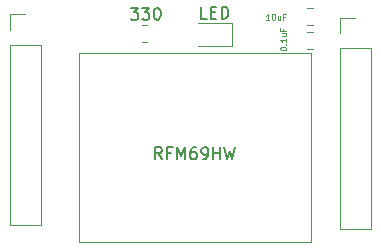
<source format=gbr>
%TF.GenerationSoftware,KiCad,Pcbnew,6.0.5-a6ca702e91~116~ubuntu20.04.1*%
%TF.CreationDate,2022-05-08T08:16:30-05:00*%
%TF.ProjectId,RFM69HW_Shield_v001,52464d36-3948-4575-9f53-6869656c645f,rev?*%
%TF.SameCoordinates,Original*%
%TF.FileFunction,Legend,Top*%
%TF.FilePolarity,Positive*%
%FSLAX46Y46*%
G04 Gerber Fmt 4.6, Leading zero omitted, Abs format (unit mm)*
G04 Created by KiCad (PCBNEW 6.0.5-a6ca702e91~116~ubuntu20.04.1) date 2022-05-08 08:16:30*
%MOMM*%
%LPD*%
G01*
G04 APERTURE LIST*
%ADD10C,0.125000*%
%ADD11C,0.150000*%
%ADD12C,0.120000*%
G04 APERTURE END LIST*
D10*
%TO.C,C1*%
X161266190Y-79921428D02*
X161266190Y-79873809D01*
X161290000Y-79826190D01*
X161313809Y-79802380D01*
X161361428Y-79778571D01*
X161456666Y-79754761D01*
X161575714Y-79754761D01*
X161670952Y-79778571D01*
X161718571Y-79802380D01*
X161742380Y-79826190D01*
X161766190Y-79873809D01*
X161766190Y-79921428D01*
X161742380Y-79969047D01*
X161718571Y-79992857D01*
X161670952Y-80016666D01*
X161575714Y-80040476D01*
X161456666Y-80040476D01*
X161361428Y-80016666D01*
X161313809Y-79992857D01*
X161290000Y-79969047D01*
X161266190Y-79921428D01*
X161718571Y-79540476D02*
X161742380Y-79516666D01*
X161766190Y-79540476D01*
X161742380Y-79564285D01*
X161718571Y-79540476D01*
X161766190Y-79540476D01*
X161766190Y-79040476D02*
X161766190Y-79326190D01*
X161766190Y-79183333D02*
X161266190Y-79183333D01*
X161337619Y-79230952D01*
X161385238Y-79278571D01*
X161409047Y-79326190D01*
X161432857Y-78611904D02*
X161766190Y-78611904D01*
X161432857Y-78826190D02*
X161694761Y-78826190D01*
X161742380Y-78802380D01*
X161766190Y-78754761D01*
X161766190Y-78683333D01*
X161742380Y-78635714D01*
X161718571Y-78611904D01*
X161504285Y-78207142D02*
X161504285Y-78373809D01*
X161766190Y-78373809D02*
X161266190Y-78373809D01*
X161266190Y-78135714D01*
%TO.C,C2*%
X160354285Y-77456190D02*
X160068571Y-77456190D01*
X160211428Y-77456190D02*
X160211428Y-76956190D01*
X160163809Y-77027619D01*
X160116190Y-77075238D01*
X160068571Y-77099047D01*
X160663809Y-76956190D02*
X160711428Y-76956190D01*
X160759047Y-76980000D01*
X160782857Y-77003809D01*
X160806666Y-77051428D01*
X160830476Y-77146666D01*
X160830476Y-77265714D01*
X160806666Y-77360952D01*
X160782857Y-77408571D01*
X160759047Y-77432380D01*
X160711428Y-77456190D01*
X160663809Y-77456190D01*
X160616190Y-77432380D01*
X160592380Y-77408571D01*
X160568571Y-77360952D01*
X160544761Y-77265714D01*
X160544761Y-77146666D01*
X160568571Y-77051428D01*
X160592380Y-77003809D01*
X160616190Y-76980000D01*
X160663809Y-76956190D01*
X161259047Y-77122857D02*
X161259047Y-77456190D01*
X161044761Y-77122857D02*
X161044761Y-77384761D01*
X161068571Y-77432380D01*
X161116190Y-77456190D01*
X161187619Y-77456190D01*
X161235238Y-77432380D01*
X161259047Y-77408571D01*
X161663809Y-77194285D02*
X161497142Y-77194285D01*
X161497142Y-77456190D02*
X161497142Y-76956190D01*
X161735238Y-76956190D01*
D11*
%TO.C,U1*%
X151261904Y-89252380D02*
X150928571Y-88776190D01*
X150690476Y-89252380D02*
X150690476Y-88252380D01*
X151071428Y-88252380D01*
X151166666Y-88300000D01*
X151214285Y-88347619D01*
X151261904Y-88442857D01*
X151261904Y-88585714D01*
X151214285Y-88680952D01*
X151166666Y-88728571D01*
X151071428Y-88776190D01*
X150690476Y-88776190D01*
X152023809Y-88728571D02*
X151690476Y-88728571D01*
X151690476Y-89252380D02*
X151690476Y-88252380D01*
X152166666Y-88252380D01*
X152547619Y-89252380D02*
X152547619Y-88252380D01*
X152880952Y-88966666D01*
X153214285Y-88252380D01*
X153214285Y-89252380D01*
X154119047Y-88252380D02*
X153928571Y-88252380D01*
X153833333Y-88300000D01*
X153785714Y-88347619D01*
X153690476Y-88490476D01*
X153642857Y-88680952D01*
X153642857Y-89061904D01*
X153690476Y-89157142D01*
X153738095Y-89204761D01*
X153833333Y-89252380D01*
X154023809Y-89252380D01*
X154119047Y-89204761D01*
X154166666Y-89157142D01*
X154214285Y-89061904D01*
X154214285Y-88823809D01*
X154166666Y-88728571D01*
X154119047Y-88680952D01*
X154023809Y-88633333D01*
X153833333Y-88633333D01*
X153738095Y-88680952D01*
X153690476Y-88728571D01*
X153642857Y-88823809D01*
X154690476Y-89252380D02*
X154880952Y-89252380D01*
X154976190Y-89204761D01*
X155023809Y-89157142D01*
X155119047Y-89014285D01*
X155166666Y-88823809D01*
X155166666Y-88442857D01*
X155119047Y-88347619D01*
X155071428Y-88300000D01*
X154976190Y-88252380D01*
X154785714Y-88252380D01*
X154690476Y-88300000D01*
X154642857Y-88347619D01*
X154595238Y-88442857D01*
X154595238Y-88680952D01*
X154642857Y-88776190D01*
X154690476Y-88823809D01*
X154785714Y-88871428D01*
X154976190Y-88871428D01*
X155071428Y-88823809D01*
X155119047Y-88776190D01*
X155166666Y-88680952D01*
X155595238Y-89252380D02*
X155595238Y-88252380D01*
X155595238Y-88728571D02*
X156166666Y-88728571D01*
X156166666Y-89252380D02*
X156166666Y-88252380D01*
X156547619Y-88252380D02*
X156785714Y-89252380D01*
X156976190Y-88538095D01*
X157166666Y-89252380D01*
X157404761Y-88252380D01*
%TO.C,R1*%
X148614285Y-76452380D02*
X149233333Y-76452380D01*
X148900000Y-76833333D01*
X149042857Y-76833333D01*
X149138095Y-76880952D01*
X149185714Y-76928571D01*
X149233333Y-77023809D01*
X149233333Y-77261904D01*
X149185714Y-77357142D01*
X149138095Y-77404761D01*
X149042857Y-77452380D01*
X148757142Y-77452380D01*
X148661904Y-77404761D01*
X148614285Y-77357142D01*
X149566666Y-76452380D02*
X150185714Y-76452380D01*
X149852380Y-76833333D01*
X149995238Y-76833333D01*
X150090476Y-76880952D01*
X150138095Y-76928571D01*
X150185714Y-77023809D01*
X150185714Y-77261904D01*
X150138095Y-77357142D01*
X150090476Y-77404761D01*
X149995238Y-77452380D01*
X149709523Y-77452380D01*
X149614285Y-77404761D01*
X149566666Y-77357142D01*
X150804761Y-76452380D02*
X150900000Y-76452380D01*
X150995238Y-76500000D01*
X151042857Y-76547619D01*
X151090476Y-76642857D01*
X151138095Y-76833333D01*
X151138095Y-77071428D01*
X151090476Y-77261904D01*
X151042857Y-77357142D01*
X150995238Y-77404761D01*
X150900000Y-77452380D01*
X150804761Y-77452380D01*
X150709523Y-77404761D01*
X150661904Y-77357142D01*
X150614285Y-77261904D01*
X150566666Y-77071428D01*
X150566666Y-76833333D01*
X150614285Y-76642857D01*
X150661904Y-76547619D01*
X150709523Y-76500000D01*
X150804761Y-76452380D01*
%TO.C,D1*%
X155057142Y-77352380D02*
X154580952Y-77352380D01*
X154580952Y-76352380D01*
X155390476Y-76828571D02*
X155723809Y-76828571D01*
X155866666Y-77352380D02*
X155390476Y-77352380D01*
X155390476Y-76352380D01*
X155866666Y-76352380D01*
X156295238Y-77352380D02*
X156295238Y-76352380D01*
X156533333Y-76352380D01*
X156676190Y-76400000D01*
X156771428Y-76495238D01*
X156819047Y-76590476D01*
X156866666Y-76780952D01*
X156866666Y-76923809D01*
X156819047Y-77114285D01*
X156771428Y-77209523D01*
X156676190Y-77304761D01*
X156533333Y-77352380D01*
X156295238Y-77352380D01*
D12*
%TO.C,C1*%
X163538748Y-78465000D02*
X164061252Y-78465000D01*
X163538748Y-79935000D02*
X164061252Y-79935000D01*
%TO.C,C2*%
X163538748Y-76465000D02*
X164061252Y-76465000D01*
X163538748Y-77935000D02*
X164061252Y-77935000D01*
%TO.C,J1*%
X138370000Y-78300000D02*
X138370000Y-76970000D01*
X138370000Y-79570000D02*
X138370000Y-94870000D01*
X138370000Y-76970000D02*
X139700000Y-76970000D01*
X141030000Y-79570000D02*
X141030000Y-94870000D01*
X138370000Y-94870000D02*
X141030000Y-94870000D01*
X138370000Y-79570000D02*
X141030000Y-79570000D01*
%TO.C,J2*%
X168970000Y-79870000D02*
X168970000Y-95170000D01*
X166310000Y-79870000D02*
X166310000Y-95170000D01*
X166310000Y-95170000D02*
X168970000Y-95170000D01*
X166310000Y-79870000D02*
X168970000Y-79870000D01*
X166310000Y-77270000D02*
X167640000Y-77270000D01*
X166310000Y-78600000D02*
X166310000Y-77270000D01*
%TO.C,U1*%
X144200000Y-96300000D02*
X163900000Y-96300000D01*
X163900000Y-96300000D02*
X163900000Y-80300000D01*
X163900000Y-80300000D02*
X144200000Y-80300000D01*
X144200000Y-80300000D02*
X144200000Y-96300000D01*
%TO.C,R1*%
X149572936Y-77865000D02*
X150027064Y-77865000D01*
X149572936Y-79335000D02*
X150027064Y-79335000D01*
%TO.C,D1*%
X154300000Y-79660000D02*
X157160000Y-79660000D01*
X157160000Y-77740000D02*
X154300000Y-77740000D01*
X157160000Y-79660000D02*
X157160000Y-77740000D01*
%TD*%
M02*

</source>
